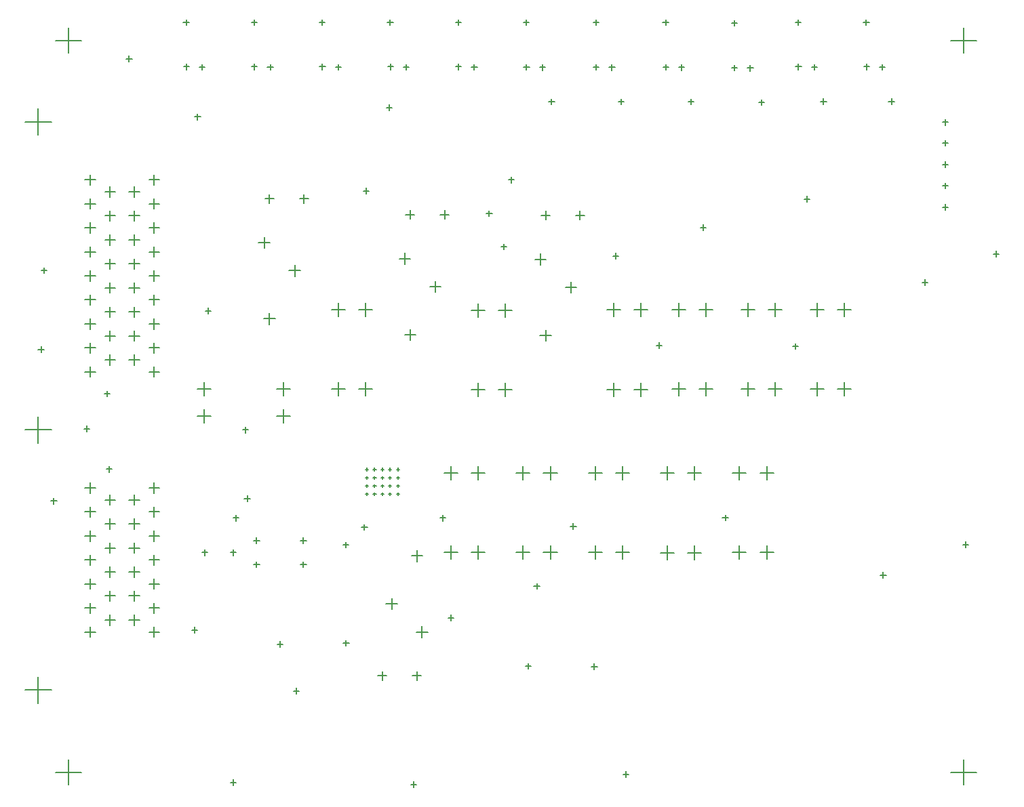
<source format=gbr>
%TF.GenerationSoftware,Altium Limited,Altium Designer,19.1.8 (144)*%
G04 Layer_Color=128*
%FSLAX26Y26*%
%MOIN*%
%TF.FileFunction,Drillmap*%
%TF.Part,Single*%
G01*
G75*
%TA.AperFunction,NonConductor*%
%ADD74C,0.005000*%
D74*
X1323811Y2052071D02*
X1390740D01*
X1357276Y2018606D02*
Y2085535D01*
X933260Y2052071D02*
X1000189D01*
X966724Y2018606D02*
Y2085535D01*
X1323811Y2185929D02*
X1390740D01*
X1357276Y2152465D02*
Y2219394D01*
X933260Y2185929D02*
X1000189D01*
X966724Y2152465D02*
Y2219394D01*
X1591379Y2186206D02*
X1658308D01*
X1624843Y2152742D02*
Y2219671D01*
X1591379Y2576757D02*
X1658308D01*
X1624843Y2543293D02*
Y2610222D01*
X1725237Y2186206D02*
X1792166D01*
X1758701Y2152742D02*
Y2219671D01*
X1725237Y2576757D02*
X1792166D01*
X1758701Y2543293D02*
Y2610222D01*
X2280025Y2181724D02*
X2346954D01*
X2313490Y2148260D02*
Y2215189D01*
X2280025Y2572276D02*
X2346954D01*
X2313490Y2538811D02*
Y2605740D01*
X2413883Y2181724D02*
X2480812D01*
X2447348Y2148260D02*
Y2215189D01*
X2413883Y2572276D02*
X2480812D01*
X2447348Y2538811D02*
Y2605740D01*
X2945700Y2183724D02*
X3012629D01*
X2979165Y2150260D02*
Y2217189D01*
X2945700Y2574276D02*
X3012629D01*
X2979165Y2540811D02*
Y2607740D01*
X3079559Y2183724D02*
X3146488D01*
X3113023Y2150260D02*
Y2217189D01*
X3079559Y2574276D02*
X3146488D01*
X3113023Y2540811D02*
Y2607740D01*
X3265897Y2184449D02*
X3332826D01*
X3299361Y2150984D02*
Y2217913D01*
X3265897Y2575000D02*
X3332826D01*
X3299361Y2541535D02*
Y2608465D01*
X3399755Y2184449D02*
X3466684D01*
X3433220Y2150984D02*
Y2217913D01*
X3399755Y2575000D02*
X3466684D01*
X3433220Y2541535D02*
Y2608465D01*
X3604782Y2184724D02*
X3671711D01*
X3638246Y2151260D02*
Y2218189D01*
X3604782Y2575276D02*
X3671711D01*
X3638246Y2541811D02*
Y2608740D01*
X3738640Y2184724D02*
X3805569D01*
X3772104Y2151260D02*
Y2218189D01*
X3738640Y2575276D02*
X3805569D01*
X3772104Y2541811D02*
Y2608740D01*
X3944914Y2184898D02*
X4011843D01*
X3978379Y2151434D02*
Y2218363D01*
X3944914Y2575450D02*
X4011843D01*
X3978379Y2541985D02*
Y2608914D01*
X4078772Y2184898D02*
X4145701D01*
X4112237Y2151434D02*
Y2218363D01*
X4078772Y2575450D02*
X4145701D01*
X4112237Y2541985D02*
Y2608914D01*
X3697772Y1771450D02*
X3764701D01*
X3731237Y1737985D02*
Y1804914D01*
X3697772Y1380898D02*
X3764701D01*
X3731237Y1347434D02*
Y1414363D01*
X3563914Y1771450D02*
X3630843D01*
X3597378Y1737985D02*
Y1804914D01*
X3563914Y1380898D02*
X3630843D01*
X3597378Y1347434D02*
Y1414363D01*
X3343422Y1771000D02*
X3410351D01*
X3376886Y1737535D02*
Y1804465D01*
X3343422Y1380449D02*
X3410351D01*
X3376886Y1346984D02*
Y1413913D01*
X3209564Y1771000D02*
X3276492D01*
X3243028Y1737535D02*
Y1804465D01*
X3209564Y1380449D02*
X3276492D01*
X3243028Y1346984D02*
Y1413913D01*
X2989106Y1771450D02*
X3056035D01*
X3022570Y1737985D02*
Y1804914D01*
X2989106Y1380898D02*
X3056035D01*
X3022570Y1347434D02*
Y1414363D01*
X2855247Y1771450D02*
X2922176D01*
X2888712Y1737985D02*
Y1804914D01*
X2855247Y1380898D02*
X2922176D01*
X2888712Y1347434D02*
Y1414363D01*
X2634237Y1771757D02*
X2701166D01*
X2667701Y1738293D02*
Y1805222D01*
X2634237Y1381206D02*
X2701166D01*
X2667701Y1347742D02*
Y1414670D01*
X2500378Y1771757D02*
X2567307D01*
X2533843Y1738293D02*
Y1805222D01*
X2500378Y1381206D02*
X2567307D01*
X2533843Y1347742D02*
Y1414670D01*
X2279465Y1771456D02*
X2346394D01*
X2312929Y1737992D02*
Y1804920D01*
X2279465Y1380905D02*
X2346394D01*
X2312929Y1347440D02*
Y1414369D01*
X2145606Y1771456D02*
X2212535D01*
X2179071Y1737992D02*
Y1804920D01*
X2145606Y1380905D02*
X2212535D01*
X2179071Y1347440D02*
Y1414369D01*
X695276Y2269685D02*
X746457D01*
X720866Y2244095D02*
Y2295276D01*
X695276Y2387795D02*
X746457D01*
X720866Y2362205D02*
Y2413386D01*
X695276Y2505905D02*
X746457D01*
X720866Y2480315D02*
Y2531496D01*
X695276Y2624016D02*
X746457D01*
X720866Y2598425D02*
Y2649606D01*
X695276Y2742126D02*
X746457D01*
X720866Y2716535D02*
Y2767716D01*
X695276Y2860236D02*
X746457D01*
X720866Y2834646D02*
Y2885827D01*
X695276Y2978347D02*
X746457D01*
X720866Y2952756D02*
Y3003937D01*
X695276Y3096457D02*
X746457D01*
X720866Y3070866D02*
Y3122047D01*
X695276Y3214567D02*
X746457D01*
X720866Y3188976D02*
Y3240157D01*
X596850Y2328740D02*
X648031D01*
X622441Y2303150D02*
Y2354331D01*
X596850Y2446850D02*
X648031D01*
X622441Y2421260D02*
Y2472441D01*
X596850Y2564961D02*
X648031D01*
X622441Y2539370D02*
Y2590551D01*
X596850Y2683071D02*
X648031D01*
X622441Y2657480D02*
Y2708661D01*
X596850Y2801181D02*
X648031D01*
X622441Y2775591D02*
Y2826772D01*
X596850Y2919291D02*
X648031D01*
X622441Y2893701D02*
Y2944882D01*
X596850Y3037402D02*
X648031D01*
X622441Y3011811D02*
Y3062992D01*
X596850Y3155512D02*
X648031D01*
X622441Y3129921D02*
Y3181102D01*
X478740Y2328740D02*
X529921D01*
X504331Y2303150D02*
Y2354331D01*
X478740Y2446850D02*
X529921D01*
X504331Y2421260D02*
Y2472441D01*
X478740Y2564961D02*
X529921D01*
X504331Y2539370D02*
Y2590551D01*
X478740Y2683071D02*
X529921D01*
X504331Y2657480D02*
Y2708661D01*
X478740Y2801181D02*
X529921D01*
X504331Y2775591D02*
Y2826772D01*
X478740Y2919291D02*
X529921D01*
X504331Y2893701D02*
Y2944882D01*
X478740Y3037402D02*
X529921D01*
X504331Y3011811D02*
Y3062992D01*
X478740Y3155512D02*
X529921D01*
X504331Y3129921D02*
Y3181102D01*
X380315Y2269685D02*
X431496D01*
X405906Y2244095D02*
Y2295276D01*
X380315Y2387795D02*
X431496D01*
X405906Y2362205D02*
Y2413386D01*
X380315Y2505905D02*
X431496D01*
X405906Y2480315D02*
Y2531496D01*
X380315Y2624016D02*
X431496D01*
X405906Y2598425D02*
Y2649606D01*
X380315Y2742126D02*
X431496D01*
X405906Y2716535D02*
Y2767716D01*
X380315Y2860236D02*
X431496D01*
X405906Y2834646D02*
Y2885827D01*
X380315Y2978347D02*
X431496D01*
X405906Y2952756D02*
Y3003937D01*
X380315Y3096457D02*
X431496D01*
X405906Y3070866D02*
Y3122047D01*
X380315Y3214567D02*
X431496D01*
X405906Y3188976D02*
Y3240157D01*
X85039Y704724D02*
X214961D01*
X150000Y639764D02*
Y769685D01*
X380315Y1698819D02*
X431496D01*
X405906Y1673228D02*
Y1724409D01*
X380315Y1580709D02*
X431496D01*
X405906Y1555118D02*
Y1606299D01*
X380315Y1462599D02*
X431496D01*
X405906Y1437008D02*
Y1488189D01*
X380315Y1344488D02*
X431496D01*
X405906Y1318898D02*
Y1370079D01*
X380315Y1226378D02*
X431496D01*
X405906Y1200787D02*
Y1251968D01*
X380315Y1108268D02*
X431496D01*
X405906Y1082677D02*
Y1133858D01*
X380315Y990158D02*
X431496D01*
X405906Y964567D02*
Y1015748D01*
X478740Y1639764D02*
X529921D01*
X504331Y1614173D02*
Y1665354D01*
X478740Y1521654D02*
X529921D01*
X504331Y1496063D02*
Y1547244D01*
X478740Y1403543D02*
X529921D01*
X504331Y1377953D02*
Y1429134D01*
X478740Y1285433D02*
X529921D01*
X504331Y1259843D02*
Y1311024D01*
X478740Y1167323D02*
X529921D01*
X504331Y1141732D02*
Y1192913D01*
X478740Y1049213D02*
X529921D01*
X504331Y1023622D02*
Y1074803D01*
X596850Y1639764D02*
X648031D01*
X622441Y1614173D02*
Y1665354D01*
X596850Y1521654D02*
X648031D01*
X622441Y1496063D02*
Y1547244D01*
X596850Y1403543D02*
X648031D01*
X622441Y1377953D02*
Y1429134D01*
X596850Y1285433D02*
X648031D01*
X622441Y1259843D02*
Y1311024D01*
X596850Y1167323D02*
X648031D01*
X622441Y1141732D02*
Y1192913D01*
X596850Y1049213D02*
X648031D01*
X622441Y1023622D02*
Y1074803D01*
X695276Y1698819D02*
X746457D01*
X720866Y1673228D02*
Y1724409D01*
X695276Y1580709D02*
X746457D01*
X720866Y1555118D02*
Y1606299D01*
X695276Y1462599D02*
X746457D01*
X720866Y1437008D02*
Y1488189D01*
X695276Y1344488D02*
X746457D01*
X720866Y1318898D02*
Y1370079D01*
X695276Y1226378D02*
X746457D01*
X720866Y1200787D02*
Y1251968D01*
X695276Y1108268D02*
X746457D01*
X720866Y1082677D02*
Y1133858D01*
X695276Y990158D02*
X746457D01*
X720866Y964567D02*
Y1015748D01*
X85039Y1984252D02*
X214961D01*
X150000Y1919291D02*
Y2049213D01*
X85039Y3500000D02*
X214961D01*
X150000Y3435039D02*
Y3564961D01*
X4637500Y300000D02*
X4762500D01*
X4700000Y237500D02*
Y362500D01*
X4637500Y3900000D02*
X4762500D01*
X4700000Y3837500D02*
Y3962500D01*
X237500Y3900000D02*
X362500D01*
X300000Y3837500D02*
Y3962500D01*
X237500Y300000D02*
X362500D01*
X300000Y237500D02*
Y362500D01*
X2617097Y2449512D02*
X2672215D01*
X2644656Y2421953D02*
Y2477071D01*
X2591506Y2823528D02*
X2646624D01*
X2619065Y2795968D02*
Y2851086D01*
X2741112Y2685732D02*
X2796230D01*
X2768671Y2658173D02*
Y2713291D01*
X2792293Y3040063D02*
X2835600D01*
X2813947Y3018410D02*
Y3061716D01*
X2623002Y3040063D02*
X2666309D01*
X2644656Y3018410D02*
Y3061716D01*
X1951441Y2452449D02*
X2006560D01*
X1979001Y2424890D02*
Y2480008D01*
X1925851Y2826465D02*
X1980969D01*
X1953410Y2798906D02*
Y2854024D01*
X2075457Y2688670D02*
X2130575D01*
X2103016Y2661111D02*
Y2716229D01*
X2126638Y3043001D02*
X2169945D01*
X2148292Y3021347D02*
Y3064654D01*
X1957347Y3043001D02*
X2000654D01*
X1979001Y3021347D02*
Y3064654D01*
X1259441Y2531449D02*
X1314559D01*
X1287000Y2503890D02*
Y2559008D01*
X1233850Y2905465D02*
X1288968D01*
X1261409Y2877905D02*
Y2933023D01*
X1383457Y2767669D02*
X1438575D01*
X1411016Y2740110D02*
Y2795228D01*
X1434638Y3122000D02*
X1477945D01*
X1456291Y3100347D02*
Y3143653D01*
X1265347Y3122000D02*
X1308653D01*
X1287000Y3100347D02*
Y3143653D01*
X1984370Y1364551D02*
X2039488D01*
X2011929Y1336992D02*
Y1392110D01*
X2009961Y990535D02*
X2065079D01*
X2037520Y962976D02*
Y1018095D01*
X1860354Y1128331D02*
X1915472D01*
X1887913Y1100772D02*
Y1155890D01*
X1820984Y774000D02*
X1864291D01*
X1842638Y752346D02*
Y795654D01*
X1990275Y774000D02*
X2033582D01*
X2011929Y752346D02*
Y795654D01*
X485000Y1791000D02*
X513000D01*
X499000Y1777000D02*
Y1805000D01*
X1649000Y1418000D02*
X1677000D01*
X1663000Y1404000D02*
Y1432000D01*
X1650000Y935000D02*
X1678000D01*
X1664000Y921000D02*
Y949000D01*
X1758500Y1749500D02*
X1773500D01*
X1766000Y1742000D02*
Y1757000D01*
X1758500Y1789750D02*
X1773500D01*
X1766000Y1782250D02*
Y1797250D01*
X1796500Y1749500D02*
X1811500D01*
X1804000Y1742000D02*
Y1757000D01*
X1796500Y1789750D02*
X1811500D01*
X1804000Y1782250D02*
Y1797250D01*
X1834500Y1749500D02*
X1849500D01*
X1842000Y1742000D02*
Y1757000D01*
X1834500Y1709250D02*
X1849500D01*
X1842000Y1701750D02*
Y1716750D01*
X1834500Y1669000D02*
X1849500D01*
X1842000Y1661500D02*
Y1676500D01*
X1758500Y1709250D02*
X1773500D01*
X1766000Y1701750D02*
Y1716750D01*
X1796500Y1669000D02*
X1811500D01*
X1804000Y1661500D02*
Y1676500D01*
X1758500Y1669000D02*
X1773500D01*
X1766000Y1661500D02*
Y1676500D01*
X4595000Y3395000D02*
X4623000D01*
X4609000Y3381000D02*
Y3409000D01*
X4595000Y3497586D02*
X4623000D01*
X4609000Y3483586D02*
Y3511586D01*
X1911500Y1669000D02*
X1926500D01*
X1919000Y1661500D02*
Y1676500D01*
X1911500Y1749500D02*
X1926500D01*
X1919000Y1742000D02*
Y1757000D01*
X1911500Y1789750D02*
X1926500D01*
X1919000Y1782250D02*
Y1797250D01*
X1911500Y1709250D02*
X1926500D01*
X1919000Y1701750D02*
Y1716750D01*
X1872500Y1709250D02*
X1887500D01*
X1880000Y1701750D02*
Y1716750D01*
X1872500Y1749500D02*
X1887500D01*
X1880000Y1742000D02*
Y1757000D01*
X1872500Y1789750D02*
X1887500D01*
X1880000Y1782250D02*
Y1797250D01*
X1834500Y1789750D02*
X1849500D01*
X1842000Y1782250D02*
Y1797250D01*
X1796500Y1709250D02*
X1811500D01*
X1804000Y1701750D02*
Y1716750D01*
X1872500Y1669000D02*
X1887500D01*
X1880000Y1661500D02*
Y1676500D01*
X3692054Y3595826D02*
X3720054D01*
X3706054Y3581826D02*
Y3609826D01*
X2660054Y3598998D02*
X2688054D01*
X2674054Y3584998D02*
Y3612998D01*
X2279935Y3768482D02*
X2307935D01*
X2293935Y3754482D02*
Y3782482D01*
X2126000Y1551000D02*
X2154000D01*
X2140000Y1537000D02*
Y1565000D01*
X1108000Y1551000D02*
X1136000D01*
X1122000Y1537000D02*
Y1565000D01*
X1210000Y1440000D02*
X1238000D01*
X1224000Y1426000D02*
Y1454000D01*
X1164000Y1647000D02*
X1192000D01*
X1178000Y1633000D02*
Y1661000D01*
X1740000Y1506000D02*
X1768000D01*
X1754000Y1492000D02*
Y1520000D01*
X1440000Y1322000D02*
X1468000D01*
X1454000Y1308000D02*
Y1336000D01*
X1210000Y1322000D02*
X1238000D01*
X1224000Y1308000D02*
Y1336000D01*
X1440000Y1440000D02*
X1468000D01*
X1454000Y1426000D02*
Y1454000D01*
X1096000Y1381206D02*
X1124000D01*
X1110000Y1367206D02*
Y1395206D01*
X1862294Y3570439D02*
X1890294D01*
X1876294Y3556439D02*
Y3584439D01*
X1749000Y3160000D02*
X1777000D01*
X1763000Y3146000D02*
Y3174000D01*
X920000Y3524000D02*
X948000D01*
X934000Y3510000D02*
Y3538000D01*
X3514000Y1553000D02*
X3542000D01*
X3528000Y1539000D02*
Y1567000D01*
X2353000Y3048000D02*
X2381000D01*
X2367000Y3034000D02*
Y3062000D01*
X2462217Y3214567D02*
X2490217D01*
X2476217Y3200567D02*
Y3228567D01*
X150695Y2380000D02*
X178695D01*
X164695Y2366000D02*
Y2394000D01*
X166000Y2769010D02*
X194000D01*
X180000Y2755010D02*
Y2783010D01*
X4330456Y3600000D02*
X4358456D01*
X4344456Y3586000D02*
Y3614000D01*
X583000Y3810000D02*
X611000D01*
X597000Y3796000D02*
Y3824000D01*
X4846000Y2850000D02*
X4874000D01*
X4860000Y2836000D02*
Y2864000D01*
X213000Y1634278D02*
X241000D01*
X227000Y1620278D02*
Y1648278D01*
X476000Y2162952D02*
X504000D01*
X490000Y2148952D02*
Y2176952D01*
X376000Y1990000D02*
X404000D01*
X390000Y1976000D02*
Y2004000D01*
X3859000Y2396000D02*
X3887000D01*
X3873000Y2382000D02*
Y2410000D01*
X3188201Y2400000D02*
X3216201D01*
X3202201Y2386000D02*
Y2414000D01*
X2766726Y1510000D02*
X2794726D01*
X2780726Y1496000D02*
Y1524000D01*
X4696000Y1420000D02*
X4724000D01*
X4710000Y1406000D02*
Y1434000D01*
X4496000Y2710000D02*
X4524000D01*
X4510000Y2696000D02*
Y2724000D01*
X3916000Y3120000D02*
X3944000D01*
X3930000Y3106000D02*
Y3134000D01*
X3406000Y2980000D02*
X3434000D01*
X3420000Y2966000D02*
Y2994000D01*
X2976000Y2840465D02*
X3004000D01*
X2990000Y2826465D02*
Y2854465D01*
X2426000Y2884821D02*
X2454000D01*
X2440000Y2870821D02*
Y2898821D01*
X1156000Y1984252D02*
X1184000D01*
X1170000Y1970252D02*
Y1998252D01*
X972000Y2570000D02*
X1000000D01*
X986000Y2556000D02*
Y2584000D01*
X955000Y1381206D02*
X983000D01*
X969000Y1367206D02*
Y1395206D01*
X906000Y1000000D02*
X934000D01*
X920000Y986000D02*
Y1014000D01*
X1326000Y930000D02*
X1354000D01*
X1340000Y916000D02*
Y944000D01*
X2166000Y1060000D02*
X2194000D01*
X2180000Y1046000D02*
Y1074000D01*
X1406000Y700000D02*
X1434000D01*
X1420000Y686000D02*
Y714000D01*
X2587000Y1215000D02*
X2615000D01*
X2601000Y1201000D02*
Y1229000D01*
X2546000Y822000D02*
X2574000D01*
X2560000Y808000D02*
Y836000D01*
X2869776Y820000D02*
X2897776D01*
X2883776Y806000D02*
Y834000D01*
X4290000Y1270000D02*
X4318000D01*
X4304000Y1256000D02*
Y1284000D01*
X3026000Y290000D02*
X3054000D01*
X3040000Y276000D02*
Y304000D01*
X1981969Y240000D02*
X2009969D01*
X1995969Y226000D02*
Y254000D01*
X1096000Y250000D02*
X1124000D01*
X1110000Y236000D02*
Y264000D01*
X3951388Y3768482D02*
X3979388D01*
X3965388Y3754482D02*
Y3782482D01*
X1945644Y3768482D02*
X1973644D01*
X1959644Y3754482D02*
Y3782482D01*
X1611353Y3768482D02*
X1639353D01*
X1625353Y3754482D02*
Y3782482D01*
X1867888Y3770726D02*
X1895888D01*
X1881888Y3756726D02*
Y3784726D01*
X4596000Y3080000D02*
X4624000D01*
X4610000Y3066000D02*
Y3094000D01*
X4596000Y3185000D02*
X4624000D01*
X4610000Y3171000D02*
Y3199000D01*
X4596000Y3290000D02*
X4624000D01*
X4610000Y3276000D02*
Y3304000D01*
X3996977Y3600000D02*
X4024977D01*
X4010977Y3586000D02*
Y3614000D01*
X3344686Y3599173D02*
X3372686D01*
X3358686Y3585173D02*
Y3613173D01*
X2614465Y3767480D02*
X2642465D01*
X2628465Y3753480D02*
Y3781480D01*
X3002054Y3598999D02*
X3030054D01*
X3016054Y3584999D02*
Y3612999D01*
X1277063Y3768482D02*
X1305063D01*
X1291063Y3754482D02*
Y3782482D01*
X1198323Y3989740D02*
X1226323D01*
X1212323Y3975740D02*
Y4003740D01*
X1199307Y3770726D02*
X1227307D01*
X1213307Y3756726D02*
Y3784726D01*
X1532613Y3989740D02*
X1560613D01*
X1546613Y3975740D02*
Y4003740D01*
X1533597Y3770726D02*
X1561597D01*
X1547597Y3756726D02*
Y3784726D01*
X3299097Y3767655D02*
X3327097D01*
X3313097Y3753655D02*
Y3781655D01*
X3220357Y3988913D02*
X3248357D01*
X3234357Y3974913D02*
Y4002913D01*
X3221341Y3769899D02*
X3249341D01*
X3235341Y3755899D02*
Y3783899D01*
X3872647Y3989740D02*
X3900647D01*
X3886647Y3975740D02*
Y4003740D01*
X3873632Y3770726D02*
X3901632D01*
X3887632Y3756726D02*
Y3784726D01*
X4285678Y3768482D02*
X4313678D01*
X4299678Y3754482D02*
Y3782482D01*
X4206938Y3989740D02*
X4234938D01*
X4220938Y3975740D02*
Y4003740D01*
X4207922Y3770726D02*
X4235922D01*
X4221922Y3756726D02*
Y3784726D01*
X1866904Y3989740D02*
X1894904D01*
X1880904Y3975740D02*
Y4003740D01*
X2201194Y3989740D02*
X2229194D01*
X2215194Y3975740D02*
Y4003740D01*
X2202179Y3770726D02*
X2230179D01*
X2216179Y3756726D02*
Y3784726D01*
X2956465Y3767481D02*
X2984465D01*
X2970465Y3753481D02*
Y3781481D01*
X2877724Y3988739D02*
X2905724D01*
X2891724Y3974739D02*
Y4002739D01*
X2878709Y3769725D02*
X2906709D01*
X2892709Y3755725D02*
Y3783725D01*
X3636465Y3764308D02*
X3664465D01*
X3650465Y3750308D02*
Y3778308D01*
X3557724Y3985566D02*
X3585724D01*
X3571724Y3971566D02*
Y3999566D01*
X3558709Y3766552D02*
X3586709D01*
X3572709Y3752552D02*
Y3780552D01*
X2535724Y3988739D02*
X2563724D01*
X2549724Y3974739D02*
Y4002739D01*
X2536709Y3769724D02*
X2564709D01*
X2550709Y3755724D02*
Y3783724D01*
X942772Y3768482D02*
X970772D01*
X956772Y3754482D02*
Y3782482D01*
X864032Y3989740D02*
X892032D01*
X878032Y3975740D02*
Y4003740D01*
X865016Y3770726D02*
X893016D01*
X879016Y3756726D02*
Y3784726D01*
%TF.MD5,f7e02014c7e1a69eb9480176e03026a2*%
M02*

</source>
